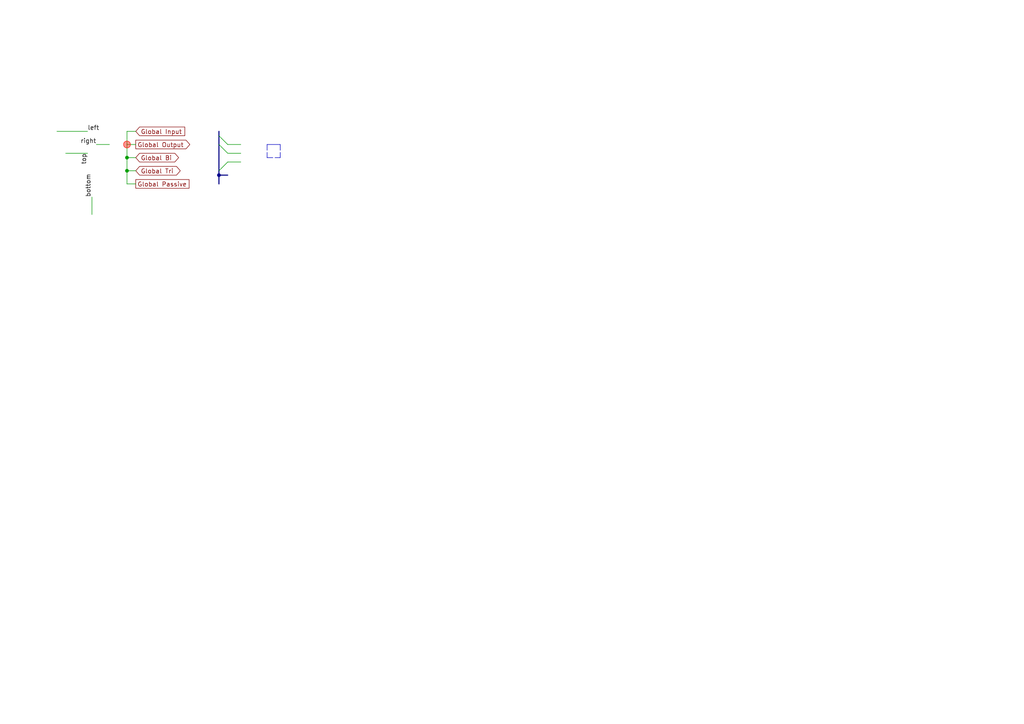
<source format=kicad_sch>
(kicad_sch (version 20211123) (generator eeschema)
  (paper "A4")
  (lib_symbols)
  (junction (at 63.5 50.8))
  (junction (at 36.83 41.91) (diameter 2) (color 255 31 20 0.47))
  (junction (at 36.83 49.53))
  (junction (at 36.83 45.72))
  (bus_entry (at 63.5 39.37) (size 2.54 2.54))
  (bus_entry (at 63.5 41.91) (size 2.54 2.54))
  (bus_entry (at 63.5 49.53) (size 2.54 -2.54))
  (bus (pts (xy 63.5 50.8) (xy 66.04 50.8)))
  (wire (pts (xy 27.94 41.91) (xy 31.75 41.91)))
  (bus (pts (xy 63.5 49.53) (xy 63.5 50.8)))
  (wire (pts (xy 19.05 44.45) (xy 25.4 44.45)))
  (wire (pts (xy 36.83 41.91) (xy 39.37 41.91)))
  (wire (pts (xy 39.37 38.1) (xy 36.83 38.1)))
  (polyline (pts (xy 77.47 41.91) (xy 77.47 45.72)))
  (wire (pts (xy 36.83 53.34) (xy 39.37 53.34)))
  (wire (pts (xy 66.04 44.45) (xy 69.85 44.45)))
  (wire (pts (xy 66.04 46.99) (xy 69.85 46.99)))
  (wire (pts (xy 36.83 45.72) (xy 36.83 49.53)))
  (polyline (pts (xy 81.28 41.91) (xy 81.28 45.72)))
  (wire (pts (xy 66.04 41.91) (xy 69.85 41.91)))
  (wire (pts (xy 36.83 41.91) (xy 36.83 45.72)))
  (bus (pts (xy 63.5 41.91) (xy 63.5 49.53)))
  (polyline (pts (xy 81.28 41.91) (xy 77.47 41.91)) (stroke (width 0) (type solid)))
  (bus (pts (xy 63.5 50.8) (xy 63.5 53.34)))
  (polyline (pts (xy 77.47 45.72) (xy 81.28 45.72)))
  (wire (pts (xy 26.67 57.15) (xy 26.67 62.23)))
  (bus (pts (xy 63.5 38.1) (xy 63.5 39.37)))
  (wire (pts (xy 36.83 45.72) (xy 39.37 45.72)))
  (wire (pts (xy 36.83 49.53) (xy 36.83 53.34)))
  (wire (pts (xy 16.51 38.1) (xy 25.4 38.1)))
  (bus (pts (xy 63.5 39.37) (xy 63.5 41.91)))
  (wire (pts (xy 36.83 49.53) (xy 39.37 49.53)))
  (wire (pts (xy 36.83 38.1) (xy 36.83 41.91)))
  (label "bottom" (at 26.67 57.15 90))
  (label "right" (at 27.94 41.91 180))
  (label "top" (at 25.4 44.45 270))
  (label "left" (at 25.4 38.1 0))
  (global_label "Global Passive" (shape passive) (at 39.37 53.34 0) (property "Intersheet References" "${INTERSHEET_REFS}" (effects hide)))
  (global_label "Global Output" (shape output) (at 39.37 41.91 0) (property "Intersheet References" "${INTERSHEET_REFS}" (effects hide)))
  (global_label "Global Input" (shape input) (at 39.37 38.1 0) (property "Intersheet References" "${INTERSHEET_REFS}" (effects hide)))
  (global_label "Global Bi" (shape bidirectional) (at 39.37 45.72 0) (property "Intersheet References" "${INTERSHEET_REFS}" (effects hide)))
  (global_label "Global Tri" (shape tri_state) (at 39.37 49.53 0) (property "Intersheet References" "${INTERSHEET_REFS}" (effects hide)))
)
</source>
